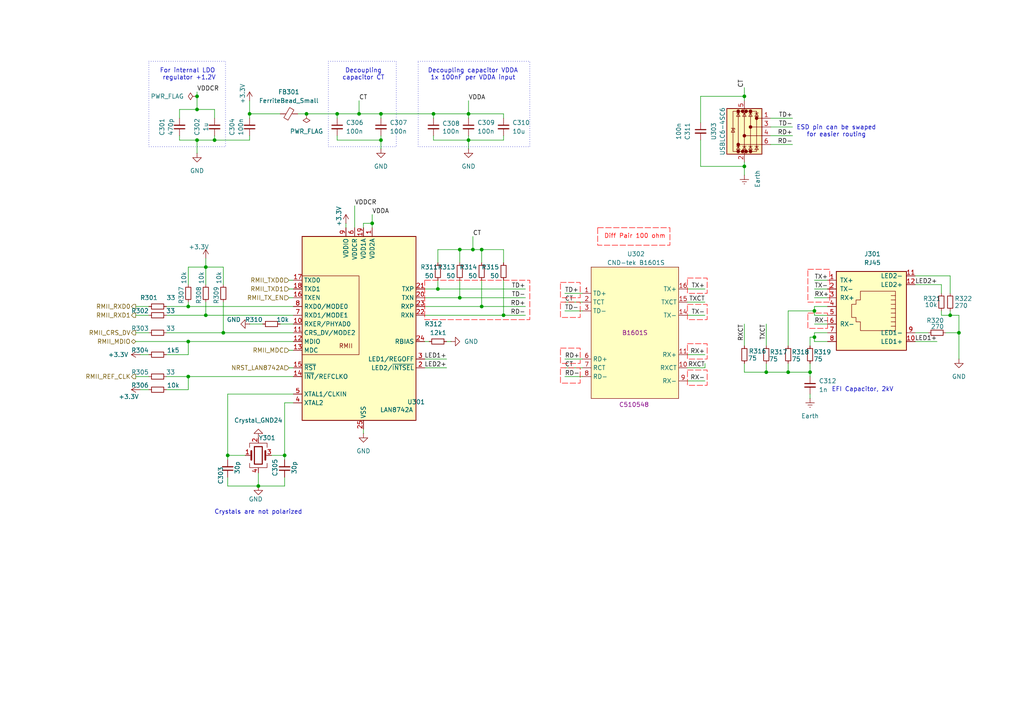
<source format=kicad_sch>
(kicad_sch (version 20231120) (generator "eeschema") (generator_version "8.0")
  (paper "A4")
  (lib_symbols
    (symbol "Connector:RJ45" (pin_names (offset 1.016))
      (property "Reference" "J1" (at 2.2225 -15.24 0))
      (property "Value" "RJ45" (at 2.2225 -12.7 0))
      (symbol "RJ45_0_1"
        (rectangle (start -7.62 12.7) (end 12.7 -10.16) (stroke (width 0.254)) (fill (type background)))
        (polyline (pts (xy -3.175 4.445) (xy -4.445 4.445)))
        (polyline (pts (xy -3.175 5.715) (xy -4.445 5.715)))
        (polyline (pts (xy -4.445 -3.175) (xy -3.175 -3.175) (xy -3.175 -3.175)))
        (polyline (pts (xy -4.445 -1.905) (xy -3.175 -1.905) (xy -3.175 -1.905)))
        (polyline (pts (xy -4.445 -0.635) (xy -3.175 -0.635) (xy -3.175 -0.635)))
        (polyline (pts (xy -4.445 0.635) (xy -3.175 0.635) (xy -3.175 0.635)))
        (polyline (pts (xy -4.445 1.905) (xy -3.175 1.905) (xy -3.175 1.905)))
        (polyline (pts (xy -3.175 3.175) (xy -4.445 3.175) (xy -4.445 3.175)))
        (polyline (pts (xy -4.445 -4.445) (xy -4.445 6.985) (xy 5.715 6.985) (xy 5.715 4.445) (xy 6.985 4.445) (xy 6.985 3.175) (xy 8.255 3.175) (xy 8.255 -0.635) (xy 6.985 -0.635) (xy 6.985 -1.905) (xy 5.715 -1.905) (xy 5.715 -4.445) (xy -4.445 -4.445) (xy -4.445 -4.445)))
      )
      (symbol "RJ45_1_1"
        (pin input line (at 15.24 -7.62 180) (length 2.54) (name "TX+") (number "1"))
        (pin bidirectional line (at -10.16 10.16 0) (length 2.54) (name "LED1+") (number "10"))
        (pin bidirectional line (at -10.16 -8.89 0) (length 2.54) (name "LED2-") (number "11"))
        (pin bidirectional line (at -10.16 -6.35 0) (length 2.54) (name "LED2+") (number "12"))
        (pin input line (at 15.24 -5.08 180) (length 2.54) (name "TX-") (number "2"))
        (pin output line (at 15.24 -2.54 180) (length 2.54) (name "RX+") (number "3"))
        (pin bidirectional line (at 15.24 0 180) (length 2.54) (name "~") (number "4"))
        (pin bidirectional line (at 15.24 2.54 180) (length 2.54) (name "~") (number "5"))
        (pin output line (at 15.24 5.08 180) (length 2.54) (name "RX-") (number "6"))
        (pin tri_state line (at 15.24 7.62 180) (length 2.54) (name "~") (number "7"))
        (pin bidirectional line (at 15.24 10.16 180) (length 2.54) (name "~") (number "8"))
        (pin bidirectional line (at -10.16 7.62 0) (length 2.54) (name "LED1-") (number "9"))
      )
    )
    (symbol "Device:C_Small" (pin_numbers hide) (pin_names (offset 0.254) hide)
      (property "Reference" "C" (at 0.254 1.778 0))
      (property "Value" "C_Small" (at 0.254 -2.032 0))
      (symbol "C_Small_0_1"
        (polyline (pts (xy -1.524 -0.508) (xy 1.524 -0.508)) (stroke (width 0.3302)))
        (polyline (pts (xy -1.524 0.508) (xy 1.524 0.508)) (stroke (width 0.3048)))
      )
      (symbol "C_Small_1_1"
        (pin passive line (at 0 2.54 270) (length 2.032) (name "~") (number "1"))
        (pin passive line (at 0 -2.54 90) (length 2.032) (name "~") (number "2"))
      )
    )
    (symbol "Device:Crystal_GND24" (pin_names (offset 1.016) hide)
      (property "Reference" "Y" (at 3.175 5.08 0))
      (property "Value" "Crystal_GND24" (at 3.175 3.175 0))
      (symbol "Crystal_GND24_0_1"
        (rectangle (start -1.143 2.54) (end 1.143 -2.54) (stroke (width 0.3048)))
        (polyline (pts (xy -2.54 0) (xy -2.032 0)))
        (polyline (pts (xy -2.032 -1.27) (xy -2.032 1.27)) (stroke (width 0.508)))
        (polyline (pts (xy 0 -3.81) (xy 0 -3.556)))
        (polyline (pts (xy 0 3.556) (xy 0 3.81)))
        (polyline (pts (xy 2.032 -1.27) (xy 2.032 1.27)) (stroke (width 0.508)))
        (polyline (pts (xy 2.032 0) (xy 2.54 0)))
        (polyline (pts (xy -2.54 -2.286) (xy -2.54 -3.556) (xy 2.54 -3.556) (xy 2.54 -2.286)))
        (polyline (pts (xy -2.54 2.286) (xy -2.54 3.556) (xy 2.54 3.556) (xy 2.54 2.286)))
      )
      (symbol "Crystal_GND24_1_1"
        (pin passive line (at -3.81 0 0) (length 1.27) (name "1") (number "1"))
        (pin passive line (at 0 5.08 270) (length 1.27) (name "2") (number "2"))
        (pin passive line (at 3.81 0 180) (length 1.27) (name "3") (number "3"))
        (pin passive line (at 0 -5.08 90) (length 1.27) (name "4") (number "4"))
      )
    )
    (symbol "Device:FerriteBead_Small" (pin_numbers hide) (pin_names (offset 0))
      (property "Reference" "FB" (at 1.905 1.27 0))
      (property "Value" "FerriteBead_Small" (at 1.905 -1.27 0))
      (symbol "FerriteBead_Small_0_1"
        (polyline (pts (xy 0 -1.27) (xy 0 -0.7874)))
        (polyline (pts (xy 0 0.889) (xy 0 1.2954)))
        (polyline (pts (xy -1.8288 0.2794) (xy -1.1176 1.4986) (xy 1.8288 -0.2032) (xy 1.1176 -1.4224) (xy -1.8288 0.2794)))
      )
      (symbol "FerriteBead_Small_1_1"
        (pin passive line (at 0 2.54 270) (length 1.27) (name "~") (number "1"))
        (pin passive line (at 0 -2.54 90) (length 1.27) (name "~") (number "2"))
      )
    )
    (symbol "Device:R_Small" (pin_numbers hide) (pin_names (offset 0.254) hide)
      (property "Reference" "R" (at 0.762 0.508 0))
      (property "Value" "R_Small" (at 0.762 -1.016 0))
      (symbol "R_Small_0_1"
        (rectangle (start -0.762 1.778) (end 0.762 -1.778) (stroke (width 0.2032)))
      )
      (symbol "R_Small_1_1"
        (pin passive line (at 0 2.54 270) (length 0.762) (name "~") (number "1"))
        (pin passive line (at 0 -2.54 90) (length 0.762) (name "~") (number "2"))
      )
    )
    (symbol "Interface_Ethernet:LAN8742A"
      (property "Reference" "U" (at -13.97 29.21 0))
      (property "Value" "LAN8742A" (at 15.24 29.21 0))
      (symbol "LAN8742A_0_0"
        (text "RMII" (at -5.08 -3.81 0) (effects (font (size 1.27 1.27))))
      )
      (symbol "LAN8742A_0_1"
        (rectangle (start -17.78 27.94) (end 15.24 -25.4) (stroke (width 0.254)) (fill (type background)))
        (polyline (pts (xy -17.78 -6.35) (xy -1.27 -6.35) (xy -1.27 16.51) (xy -17.78 16.51)))
      )
      (symbol "LAN8742A_1_1"
        (pin power_in line (at 2.54 30.48 270) (length 2.54) (name "VDD2A") (number "1"))
        (pin output line (at -20.32 2.54 0) (length 2.54) (name "RXER/PHYAD0") (number "10"))
        (pin bidirectional line (at -20.32 0 0) (length 2.54) (name "CRS_DV/MODE2") (number "11"))
        (pin bidirectional line (at -20.32 -2.54 0) (length 2.54) (name "MDIO") (number "12"))
        (pin input line (at -20.32 -5.08 0) (length 2.54) (name "MDC") (number "13"))
        (pin output line (at -20.32 -12.7 0) (length 2.54) (name "~{INT}/REFCLKO") (number "14"))
        (pin input line (at -20.32 -10.16 0) (length 2.54) (name "~{RST}") (number "15"))
        (pin input line (at -20.32 10.16 0) (length 2.54) (name "TXEN") (number "16"))
        (pin input line (at -20.32 15.24 0) (length 2.54) (name "TXD0") (number "17"))
        (pin input line (at -20.32 12.7 0) (length 2.54) (name "TXD1") (number "18"))
        (pin power_in line (at 0 30.48 270) (length 2.54) (name "VDD1A") (number "19"))
        (pin bidirectional line (at 17.78 -10.16 180) (length 2.54) (name "LED2/~{INTSEL}") (number "2"))
        (pin passive line (at 17.78 10.16 180) (length 2.54) (name "TXN") (number "20"))
        (pin passive line (at 17.78 12.7 180) (length 2.54) (name "TXP") (number "21"))
        (pin passive line (at 17.78 5.08 180) (length 2.54) (name "RXN") (number "22"))
        (pin passive line (at 17.78 7.62 180) (length 2.54) (name "RXP") (number "23"))
        (pin passive line (at 17.78 -2.54 180) (length 2.54) (name "RBIAS") (number "24"))
        (pin power_in line (at 0 -27.94 90) (length 2.54) (name "VSS") (number "25"))
        (pin bidirectional line (at 17.78 -7.62 180) (length 2.54) (name "LED1/REGOFF") (number "3"))
        (pin output line (at -20.32 -20.32 0) (length 2.54) (name "XTAL2") (number "4"))
        (pin input line (at -20.32 -17.78 0) (length 2.54) (name "XTAL1/CLKIN") (number "5"))
        (pin power_in line (at -2.54 30.48 270) (length 2.54) (name "VDDCR") (number "6"))
        (pin bidirectional line (at -20.32 5.08 0) (length 2.54) (name "RXD1/MODE1") (number "7"))
        (pin bidirectional line (at -20.32 7.62 0) (length 2.54) (name "RXD0/MODE0") (number "8"))
        (pin power_in line (at -5.08 30.48 270) (length 2.54) (name "VDDIO") (number "9"))
      )
    )
    (symbol "Librairie_MB:CND-tek_B1601S"
      (property "Reference" "U" (at 0 0 0))
      (symbol "CND-tek_B1601S_1_1"
        (rectangle (start -12.7 19.05) (end 12.7 -19.05) (fill (type background)))
        (pin input line (at -15.24 11.43 0) (length 2.54) (name "TD+") (number "1"))
        (pin input line (at 15.24 -10.16 180) (length 2.54) (name "RXCT") (number "10"))
        (pin input line (at 15.24 -6.35 180) (length 2.54) (name "RX+") (number "11"))
        (pin output line (at 15.24 5.08 180) (length 2.54) (name "TX-") (number "14"))
        (pin input line (at 15.24 8.89 180) (length 2.54) (name "TXCT") (number "15"))
        (pin output line (at 15.24 12.7 180) (length 2.54) (name "TX+") (number "16"))
        (pin input line (at -15.24 8.89 0) (length 2.54) (name "TCT") (number "2"))
        (pin input line (at -15.24 6.35 0) (length 2.54) (name "TD-") (number "3"))
        (pin output line (at -15.24 -7.62 0) (length 2.54) (name "RD+") (number "6"))
        (pin input line (at -15.24 -10.16 0) (length 2.54) (name "RCT") (number "7"))
        (pin output line (at -15.24 -12.7 0) (length 2.54) (name "RD-") (number "8"))
        (pin input line (at 15.24 -13.97 180) (length 2.54) (name "RX-") (number "9"))
      )
    )
    (symbol "Power_Protection:USBLC6-4SC6" (pin_names hide)
      (property "Reference" "U" (at 1.27 9.525 0))
      (property "Value" "USBLC6-4SC6" (at 1.27 6.985 0))
      (symbol "USBLC6-4SC6_0_0"
        (circle (center -3.556 2.54) (radius 0.0001) (stroke (width 0.508)))
        (circle (center -1.778 -7.112) (radius 0.0001) (stroke (width 0.508)))
        (circle (center -1.778 0) (radius 0.0001) (stroke (width 0.508)))
        (circle (center -1.778 4.572) (radius 0.0001) (stroke (width 0.508)))
        (circle (center -0.508 -7.112) (radius 0.0001) (stroke (width 0.508)))
        (circle (center -0.508 4.572) (radius 0.0001) (stroke (width 0.508)))
        (circle (center 0 -2.54) (radius 0.0001) (stroke (width 0.508)))
        (circle (center 0.508 -7.112) (radius 0.0001) (stroke (width 0.508)))
        (circle (center 0.508 4.572) (radius 0.0001) (stroke (width 0.508)))
        (circle (center 1.778 -7.112) (radius 0.0001) (stroke (width 0.508)))
        (circle (center 1.778 -5.08) (radius 0.0001) (stroke (width 0.508)))
        (circle (center 1.778 4.572) (radius 0.0001) (stroke (width 0.508)))
      )
      (symbol "USBLC6-4SC6_0_1"
        (polyline (pts (xy -5.08 -5.08) (xy 1.778 -5.08)))
        (polyline (pts (xy -5.08 -2.54) (xy 0 -2.54)))
        (polyline (pts (xy -5.08 0) (xy -1.778 0)))
        (polyline (pts (xy -5.08 2.54) (xy -3.556 2.54)))
        (polyline (pts (xy -4.064 -5.588) (xy -3.048 -5.588)))
        (polyline (pts (xy -3.048 4.064) (xy -4.064 4.064)))
        (polyline (pts (xy -2.286 -5.588) (xy -1.27 -5.588)))
        (polyline (pts (xy -2.286 4.064) (xy -1.27 4.064)))
        (polyline (pts (xy -0.508 -5.588) (xy 0.508 -5.588)))
        (polyline (pts (xy 0 5.08) (xy 0.508 4.572)))
        (polyline (pts (xy 0.508 -7.112) (xy -0.508 -7.112)))
        (polyline (pts (xy 0.508 4.064) (xy -0.508 4.064)))
        (polyline (pts (xy 1.27 4.064) (xy 2.286 4.064)))
        (polyline (pts (xy 2.286 -5.588) (xy 1.27 -5.588)))
        (polyline (pts (xy 2.794 -0.762) (xy 2.794 -0.381) (xy 3.81 -0.381)))
        (polyline (pts (xy -4.064 3.048) (xy -3.048 3.048) (xy -3.556 4.064) (xy -4.064 3.048)))
        (polyline (pts (xy -3.048 -6.604) (xy -4.064 -6.604) (xy -3.556 -5.588) (xy -3.048 -6.604)))
        (polyline (pts (xy -1.27 -6.604) (xy -2.286 -6.604) (xy -1.778 -5.588) (xy -1.27 -6.604)))
        (polyline (pts (xy -1.27 3.048) (xy -2.286 3.048) (xy -1.778 4.064) (xy -1.27 3.048)))
        (polyline (pts (xy -0.508 -6.604) (xy 0.508 -6.604) (xy 0 -5.588) (xy -0.508 -6.604)))
        (polyline (pts (xy -0.508 3.048) (xy 0.508 3.048) (xy 0 4.064) (xy -0.508 3.048)))
        (polyline (pts (xy 1.27 -6.604) (xy 2.286 -6.604) (xy 1.778 -5.588) (xy 1.27 -6.604)))
        (polyline (pts (xy 1.778 4.572) (xy 3.302 4.572) (xy 3.302 -7.112) (xy 1.778 -7.112)))
        (polyline (pts (xy 2.286 3.048) (xy 1.27 3.048) (xy 1.778 4.064) (xy 2.286 3.048)))
        (polyline (pts (xy 3.81 -1.524) (xy 2.794 -1.524) (xy 3.302 -0.508) (xy 3.81 -1.524)))
      )
      (symbol "USBLC6-4SC6_1_1"
        (rectangle (start -5.08 5.334) (end 5.08 -7.874) (stroke (width 0.254)) (fill (type background)))
        (polyline (pts (xy -1.778 4.572) (xy -3.556 4.572) (xy -3.556 -7.112) (xy -1.778 -7.112)))
        (polyline (pts (xy -0.508 4.572) (xy 1.778 4.572) (xy 1.778 -7.112) (xy 0.508 -7.112)))
        (polyline (pts (xy 0.508 -7.112) (xy 0 -6.604) (xy 0 4.064) (xy -0.508 4.572)))
        (polyline (pts (xy 0 -7.62) (xy -0.508 -7.112) (xy -1.778 -7.112) (xy -1.778 4.572) (xy -0.508 4.572)))
        (pin passive line (at -7.62 2.54 0) (length 2.54) (name "I/O1") (number "1"))
        (pin passive line (at 0 -10.16 90) (length 2.54) (name "GND") (number "2"))
        (pin passive line (at -7.62 0 0) (length 2.54) (name "I/O2") (number "3"))
        (pin passive line (at -7.62 -2.54 0) (length 2.54) (name "I/O3") (number "4"))
        (pin passive line (at 0 7.62 270) (length 2.54) (name "VBUS") (number "5"))
        (pin passive line (at -7.62 -5.08 0) (length 2.54) (name "I/O4") (number "6"))
      )
    )
    (symbol "power:+3.3V" (power) (pin_numbers hide) (pin_names (offset 0) hide)
      (property "Value" "+3.3V" (at 0 3.556 0))
      (symbol "+3.3V_0_1"
        (polyline (pts (xy -0.762 1.27) (xy 0 2.54)))
        (polyline (pts (xy 0 0) (xy 0 2.54)))
        (polyline (pts (xy 0 2.54) (xy 0.762 1.27)))
      )
      (symbol "+3.3V_1_1"
        (pin power_in line (at 0 0 90) (length 0) (name "~") (number "1"))
      )
    )
    (symbol "power:Earth" (power) (pin_numbers hide) (pin_names (offset 0) hide)
      (property "Value" "Earth" (at 0 -3.81 0))
      (symbol "Earth_0_1"
        (polyline (pts (xy -0.635 -1.905) (xy 0.635 -1.905)))
        (polyline (pts (xy -0.127 -2.54) (xy 0.127 -2.54)))
        (polyline (pts (xy 0 -1.27) (xy 0 0)))
        (polyline (pts (xy 1.27 -1.27) (xy -1.27 -1.27)))
      )
      (symbol "Earth_1_1"
        (pin power_in line (at 0 0 270) (length 0) (name "~") (number "1"))
      )
    )
    (symbol "power:GND" (power) (pin_numbers hide) (pin_names (offset 0) hide)
      (property "Value" "GND" (at 0 -3.81 0))
      (symbol "GND_0_1"
        (polyline (pts (xy 0 0) (xy 0 -1.27) (xy 1.27 -1.27) (xy 0 -2.54) (xy -1.27 -1.27) (xy 0 -1.27)))
      )
      (symbol "GND_1_1"
        (pin power_in line (at 0 0 270) (length 0) (name "~") (number "1"))
      )
    )
    (symbol "power:PWR_FLAG" (power) (pin_numbers hide) (pin_names (offset 0) hide)
      (property "Value" "PWR_FLAG" (at 0 3.81 0))
      (symbol "PWR_FLAG_0_0"
        (pin power_out line (at 0 0 90) (length 0) (name "~") (number "1"))
      )
      (symbol "PWR_FLAG_0_1"
        (polyline (pts (xy 0 0) (xy 0 1.27) (xy -1.016 1.905) (xy 0 2.54) (xy 1.016 1.905) (xy 0 1.27)))
      )
    )
  )
  (junction (at 133.35 72.39))
  (junction (at 104.14 33.02))
  (junction (at 59.69 77.47))
  (junction (at 82.55 132.08))
  (junction (at 54.61 109.22))
  (junction (at 139.7 72.39))
  (junction (at 236.22 97.79))
  (junction (at 57.15 31.75))
  (junction (at 110.49 40.64))
  (junction (at 54.61 99.06))
  (junction (at 72.39 33.02))
  (junction (at 62.23 40.64))
  (junction (at 97.79 33.02))
  (junction (at 234.95 107.95))
  (junction (at 222.25 107.95))
  (junction (at 139.7 88.9))
  (junction (at 88.9 33.02))
  (junction (at 107.95 64.77))
  (junction (at 135.89 33.02))
  (junction (at 110.49 33.02))
  (junction (at 133.35 86.36))
  (junction (at 54.61 88.9))
  (junction (at 127 83.82))
  (junction (at 278.13 96.52))
  (junction (at 125.73 33.02))
  (junction (at 64.77 96.52))
  (junction (at 228.6 107.95))
  (junction (at 146.05 91.44))
  (junction (at 215.9 48.26))
  (junction (at 275.59 91.44))
  (junction (at 137.16 72.39))
  (junction (at 135.89 40.64))
  (junction (at 57.15 40.64))
  (junction (at 57.15 27.94))
  (junction (at 74.93 140.97))
  (junction (at 66.04 132.08))
  (junction (at 215.9 27.94))
  (junction (at 59.69 91.44))
  (junction (at 236.22 90.17))
  (wire (pts (xy 62.23 31.75) (xy 62.23 34.29)))
  (wire (pts (xy 204.47 87.63) (xy 199.39 87.63)))
  (wire (pts (xy 135.89 33.02) (xy 125.73 33.02)))
  (wire (pts (xy 110.49 40.64) (xy 110.49 43.18)))
  (wire (pts (xy 199.39 91.44) (xy 204.47 91.44)))
  (wire (pts (xy 278.13 91.44) (xy 275.59 91.44)))
  (wire (pts (xy 39.37 99.06) (xy 54.61 99.06)))
  (wire (pts (xy 139.7 81.28) (xy 139.7 88.9)))
  (wire (pts (xy 203.2 35.56) (xy 203.2 27.94)))
  (wire (pts (xy 133.35 86.36) (xy 152.4 86.36)))
  (wire (pts (xy 127 72.39) (xy 133.35 72.39)))
  (wire (pts (xy 97.79 39.37) (xy 97.79 40.64)))
  (wire (pts (xy 127 83.82) (xy 152.4 83.82)))
  (wire (pts (xy 228.6 90.17) (xy 228.6 100.33)))
  (wire (pts (xy 133.35 81.28) (xy 133.35 86.36)))
  (wire (pts (xy 104.14 33.02) (xy 110.49 33.02)))
  (wire (pts (xy 125.73 34.29) (xy 125.73 33.02)))
  (wire (pts (xy 278.13 91.44) (xy 278.13 96.52)))
  (wire (pts (xy 133.35 72.39) (xy 137.16 72.39)))
  (wire (pts (xy 102.87 59.69) (xy 102.87 66.04)))
  (wire (pts (xy 234.95 97.79) (xy 234.95 100.33)))
  (wire (pts (xy 265.43 96.52) (xy 269.24 96.52)))
  (wire (pts (xy 64.77 96.52) (xy 85.09 96.52)))
  (wire (pts (xy 137.16 68.58) (xy 137.16 72.39)))
  (wire (pts (xy 215.9 93.98) (xy 215.9 100.33)))
  (wire (pts (xy 52.07 34.29) (xy 52.07 31.75)))
  (wire (pts (xy 129.54 99.06) (xy 130.81 99.06)))
  (wire (pts (xy 163.83 106.68) (xy 168.91 106.68)))
  (wire (pts (xy 105.41 64.77) (xy 107.95 64.77)))
  (wire (pts (xy 139.7 72.39) (xy 146.05 72.39)))
  (wire (pts (xy 215.9 27.94) (xy 215.9 29.21)))
  (wire (pts (xy 199.39 102.87) (xy 204.47 102.87)))
  (wire (pts (xy 40.64 113.03) (xy 43.18 113.03)))
  (wire (pts (xy 222.25 107.95) (xy 222.25 105.41)))
  (wire (pts (xy 105.41 66.04) (xy 105.41 64.77)))
  (wire (pts (xy 82.55 138.43) (xy 82.55 140.97)))
  (wire (pts (xy 57.15 31.75) (xy 62.23 31.75)))
  (wire (pts (xy 137.16 72.39) (xy 139.7 72.39)))
  (wire (pts (xy 203.2 27.94) (xy 215.9 27.94)))
  (wire (pts (xy 57.15 27.94) (xy 57.15 31.75)))
  (wire (pts (xy 66.04 138.43) (xy 66.04 140.97)))
  (wire (pts (xy 236.22 81.28) (xy 240.03 81.28)))
  (wire (pts (xy 66.04 114.3) (xy 85.09 114.3)))
  (wire (pts (xy 123.19 106.68) (xy 129.54 106.68)))
  (wire (pts (xy 59.69 91.44) (xy 85.09 91.44)))
  (wire (pts (xy 107.95 62.23) (xy 107.95 64.77)))
  (wire (pts (xy 81.28 93.98) (xy 85.09 93.98)))
  (wire (pts (xy 223.52 36.83) (xy 229.87 36.83)))
  (wire (pts (xy 274.32 96.52) (xy 278.13 96.52)))
  (wire (pts (xy 223.52 41.91) (xy 229.87 41.91)))
  (wire (pts (xy 74.93 137.16) (xy 74.93 140.97)))
  (wire (pts (xy 234.95 107.95) (xy 234.95 105.41)))
  (wire (pts (xy 215.9 107.95) (xy 222.25 107.95)))
  (wire (pts (xy 236.22 99.06) (xy 240.03 99.06)))
  (wire (pts (xy 146.05 39.37) (xy 146.05 40.64)))
  (wire (pts (xy 146.05 72.39) (xy 146.05 76.2)))
  (wire (pts (xy 52.07 40.64) (xy 57.15 40.64)))
  (wire (pts (xy 236.22 90.17) (xy 236.22 91.44)))
  (wire (pts (xy 236.22 90.17) (xy 228.6 90.17)))
  (wire (pts (xy 110.49 33.02) (xy 110.49 34.29)))
  (wire (pts (xy 199.39 110.49) (xy 204.47 110.49)))
  (wire (pts (xy 222.25 107.95) (xy 228.6 107.95)))
  (wire (pts (xy 236.22 93.98) (xy 240.03 93.98)))
  (wire (pts (xy 133.35 72.39) (xy 133.35 76.2)))
  (wire (pts (xy 127 76.2) (xy 127 72.39)))
  (wire (pts (xy 48.26 88.9) (xy 54.61 88.9)))
  (wire (pts (xy 59.69 87.63) (xy 59.69 91.44)))
  (wire (pts (xy 54.61 109.22) (xy 54.61 113.03)))
  (wire (pts (xy 271.78 99.06) (xy 265.43 99.06)))
  (wire (pts (xy 104.14 29.21) (xy 104.14 33.02)))
  (wire (pts (xy 163.83 104.14) (xy 168.91 104.14)))
  (wire (pts (xy 146.05 34.29) (xy 146.05 33.02)))
  (wire (pts (xy 88.9 33.02) (xy 97.79 33.02)))
  (wire (pts (xy 215.9 107.95) (xy 215.9 105.41)))
  (wire (pts (xy 123.19 99.06) (xy 124.46 99.06)))
  (wire (pts (xy 234.95 107.95) (xy 234.95 109.22)))
  (wire (pts (xy 48.26 96.52) (xy 64.77 96.52)))
  (wire (pts (xy 100.33 64.77) (xy 100.33 66.04)))
  (wire (pts (xy 57.15 26.67) (xy 57.15 27.94)))
  (wire (pts (xy 265.43 80.01) (xy 275.59 80.01)))
  (wire (pts (xy 215.9 48.26) (xy 203.2 48.26)))
  (wire (pts (xy 39.37 109.22) (xy 43.18 109.22)))
  (wire (pts (xy 54.61 99.06) (xy 85.09 99.06)))
  (wire (pts (xy 39.37 88.9) (xy 43.18 88.9)))
  (wire (pts (xy 86.36 33.02) (xy 88.9 33.02)))
  (wire (pts (xy 48.26 113.03) (xy 54.61 113.03)))
  (wire (pts (xy 240.03 96.52) (xy 236.22 96.52)))
  (wire (pts (xy 240.03 88.9) (xy 236.22 88.9)))
  (wire (pts (xy 123.19 88.9) (xy 139.7 88.9)))
  (wire (pts (xy 72.39 33.02) (xy 81.28 33.02)))
  (wire (pts (xy 59.69 77.47) (xy 64.77 77.47)))
  (wire (pts (xy 135.89 33.02) (xy 146.05 33.02)))
  (wire (pts (xy 85.09 81.28) (xy 83.82 81.28)))
  (wire (pts (xy 204.47 106.68) (xy 204.47 105.41)))
  (wire (pts (xy 146.05 81.28) (xy 146.05 91.44)))
  (wire (pts (xy 54.61 109.22) (xy 85.09 109.22)))
  (wire (pts (xy 236.22 96.52) (xy 236.22 97.79)))
  (wire (pts (xy 139.7 88.9) (xy 152.4 88.9)))
  (wire (pts (xy 64.77 77.47) (xy 64.77 82.55)))
  (wire (pts (xy 139.7 72.39) (xy 139.7 76.2)))
  (wire (pts (xy 123.19 83.82) (xy 127 83.82)))
  (wire (pts (xy 83.82 101.6) (xy 85.09 101.6)))
  (wire (pts (xy 64.77 87.63) (xy 64.77 96.52)))
  (wire (pts (xy 123.19 104.14) (xy 129.54 104.14)))
  (wire (pts (xy 105.41 124.46) (xy 105.41 125.73)))
  (wire (pts (xy 43.18 91.44) (xy 39.37 91.44)))
  (wire (pts (xy 199.39 106.68) (xy 204.47 106.68)))
  (wire (pts (xy 74.93 140.97) (xy 66.04 140.97)))
  (wire (pts (xy 199.39 83.82) (xy 204.47 83.82)))
  (wire (pts (xy 82.55 132.08) (xy 82.55 133.35)))
  (wire (pts (xy 72.39 93.98) (xy 76.2 93.98)))
  (wire (pts (xy 54.61 77.47) (xy 54.61 82.55)))
  (wire (pts (xy 57.15 40.64) (xy 62.23 40.64)))
  (wire (pts (xy 97.79 33.02) (xy 104.14 33.02)))
  (wire (pts (xy 97.79 40.64) (xy 110.49 40.64)))
  (wire (pts (xy 52.07 40.64) (xy 52.07 39.37)))
  (wire (pts (xy 273.05 91.44) (xy 275.59 91.44)))
  (wire (pts (xy 135.89 34.29) (xy 135.89 33.02)))
  (wire (pts (xy 275.59 90.17) (xy 275.59 91.44)))
  (wire (pts (xy 163.83 90.17) (xy 168.91 90.17)))
  (wire (pts (xy 85.09 116.84) (xy 82.55 116.84)))
  (wire (pts (xy 85.09 83.82) (xy 83.82 83.82)))
  (wire (pts (xy 273.05 82.55) (xy 265.43 82.55)))
  (wire (pts (xy 85.09 106.68) (xy 83.82 106.68)))
  (wire (pts (xy 54.61 87.63) (xy 54.61 88.9)))
  (wire (pts (xy 146.05 91.44) (xy 123.19 91.44)))
  (wire (pts (xy 97.79 33.02) (xy 97.79 34.29)))
  (wire (pts (xy 222.25 93.98) (xy 222.25 100.33)))
  (wire (pts (xy 228.6 107.95) (xy 234.95 107.95)))
  (wire (pts (xy 278.13 96.52) (xy 278.13 104.14)))
  (wire (pts (xy 135.89 29.21) (xy 135.89 33.02)))
  (wire (pts (xy 72.39 40.64) (xy 72.39 39.37)))
  (wire (pts (xy 59.69 74.93) (xy 59.69 77.47)))
  (wire (pts (xy 66.04 132.08) (xy 71.12 132.08)))
  (wire (pts (xy 234.95 97.79) (xy 236.22 97.79)))
  (wire (pts (xy 273.05 90.17) (xy 273.05 91.44)))
  (wire (pts (xy 54.61 102.87) (xy 54.61 99.06)))
  (wire (pts (xy 39.37 96.52) (xy 43.18 96.52)))
  (wire (pts (xy 236.22 91.44) (xy 240.03 91.44)))
  (wire (pts (xy 107.95 64.77) (xy 107.95 66.04)))
  (wire (pts (xy 236.22 88.9) (xy 236.22 90.17)))
  (wire (pts (xy 66.04 114.3) (xy 66.04 132.08)))
  (wire (pts (xy 163.83 85.09) (xy 168.91 85.09)))
  (wire (pts (xy 62.23 40.64) (xy 72.39 40.64)))
  (wire (pts (xy 59.69 77.47) (xy 59.69 82.55)))
  (wire (pts (xy 72.39 33.02) (xy 72.39 34.29)))
  (wire (pts (xy 236.22 83.82) (xy 240.03 83.82)))
  (wire (pts (xy 127 81.28) (xy 127 83.82)))
  (wire (pts (xy 146.05 91.44) (xy 152.4 91.44)))
  (wire (pts (xy 234.95 114.3) (xy 234.95 115.57)))
  (wire (pts (xy 135.89 40.64) (xy 146.05 40.64)))
  (wire (pts (xy 54.61 77.47) (xy 59.69 77.47)))
  (wire (pts (xy 82.55 116.84) (xy 82.55 132.08)))
  (wire (pts (xy 168.91 87.63) (xy 163.83 87.63)))
  (wire (pts (xy 215.9 48.26) (xy 215.9 46.99)))
  (wire (pts (xy 54.61 88.9) (xy 85.09 88.9)))
  (wire (pts (xy 228.6 107.95) (xy 228.6 105.41)))
  (wire (pts (xy 275.59 80.01) (xy 275.59 85.09)))
  (wire (pts (xy 62.23 40.64) (xy 62.23 39.37)))
  (wire (pts (xy 48.26 102.87) (xy 54.61 102.87)))
  (wire (pts (xy 236.22 86.36) (xy 240.03 86.36)))
  (wire (pts (xy 215.9 25.4) (xy 215.9 27.94)))
  (wire (pts (xy 52.07 31.75) (xy 57.15 31.75)))
  (wire (pts (xy 203.2 40.64) (xy 203.2 48.26)))
  (wire (pts (xy 57.15 44.45) (xy 57.15 40.64)))
  (wire (pts (xy 110.49 33.02) (xy 125.73 33.02)))
  (wire (pts (xy 223.52 39.37) (xy 229.87 39.37)))
  (wire (pts (xy 40.64 102.87) (xy 43.18 102.87)))
  (wire (pts (xy 236.22 97.79) (xy 236.22 99.06)))
  (wire (pts (xy 125.73 40.64) (xy 135.89 40.64)))
  (wire (pts (xy 72.39 29.21) (xy 72.39 33.02)))
  (wire (pts (xy 163.83 109.22) (xy 168.91 109.22)))
  (wire (pts (xy 273.05 85.09) (xy 273.05 82.55)))
  (wire (pts (xy 223.52 34.29) (xy 229.87 34.29)))
  (wire (pts (xy 110.49 39.37) (xy 110.49 40.64)))
  (wire (pts (xy 123.19 86.36) (xy 133.35 86.36)))
  (wire (pts (xy 74.93 140.97) (xy 82.55 140.97)))
  (wire (pts (xy 83.82 86.36) (xy 85.09 86.36)))
  (wire (pts (xy 215.9 50.8) (xy 215.9 48.26)))
  (wire (pts (xy 135.89 39.37) (xy 135.89 40.64)))
  (wire (pts (xy 48.26 109.22) (xy 54.61 109.22)))
  (wire (pts (xy 78.74 132.08) (xy 82.55 132.08)))
  (wire (pts (xy 135.89 40.64) (xy 135.89 43.18)))
  (wire (pts (xy 125.73 39.37) (xy 125.73 40.64)))
  (wire (pts (xy 48.26 91.44) (xy 59.69 91.44)))
  (wire (pts (xy 66.04 133.35) (xy 66.04 132.08)))
  (rectangle (start 199.39 88.265) (end 205.105 92.71) (stroke (width 0) (type dash) (color 255 0 0 1)))
  (rectangle (start 199.39 80.645) (end 205.105 85.09) (stroke (width 0) (type dash) (color 255 0 0 1)))
  (rectangle (start 199.39 107.315) (end 205.105 111.76) (stroke (width 0) (type dash) (color 255 0 0 1)))
  (rectangle (start 234.315 90.805) (end 240.03 95.25) (stroke (width 0) (type dash) (color 255 0 0 1)))
  (rectangle (start 173.355 66.04) (end 194.31 71.12) (stroke (width 0) (type dash) (color 255 0 0 1)))
  (rectangle (start 43.18 17.78) (end 65.405 42.545) (stroke (width 0) (type dot)))
  (rectangle (start 95.25 17.78) (end 114.935 42.545) (stroke (width 0) (type dot)))
  (rectangle (start 121.285 17.78) (end 153.67 42.545) (stroke (width 0) (type dot)))
  (rectangle (start 162.56 87.63) (end 168.275 92.075) (stroke (width 0) (type dash) (color 255 0 0 1)))
  (rectangle (start 199.39 99.695) (end 205.105 104.14) (stroke (width 0) (type dash) (color 255 0 0 1)))
  (rectangle (start 234.315 78.105) (end 240.665 87.63) (stroke (width 0) (type dash) (color 255 0 0 1)))
  (rectangle (start 123.19 81.28) (end 153.67 92.71) (stroke (width 0) (type dash) (color 255 0 0 1)))
  (rectangle (start 162.56 100.965) (end 168.275 105.41) (stroke (width 0) (type dash) (color 255 0 0 1)))
  (rectangle (start 162.56 106.68) (end 168.275 111.125) (stroke (width 0) (type dash) (color 255 0 0 1)))
  (rectangle (start 162.56 81.915) (end 168.275 86.36) (stroke (width 0) (type dash) (color 255 0 0 1)))
  (text "ESD pin can be swaped\nfor easier routing" (at 242.57 38.1 0) (effects (font (size 1.27 1.27))))
  (text "Decoupling\ncapacitor CT" (at 105.41 21.59 0) (effects (font (size 1.27 1.27))))
  (text "For internal LDO \nregulator +1.2V" (at 54.864 21.59 0) (effects (font (size 1.27 1.27))))
  (text "Crystals are not polarized" (at 74.93 148.59 0) (effects (font (size 1.27 1.27))))
  (text "EFI Capacitor, 2kV" (at 250.19 113.03 0) (effects (font (size 1.27 1.27))))
  (text "Decoupling capacitor VDDA\n1x 100nF per VDDA input" (at 137.16 21.59 0) (effects (font (size 1.27 1.27))))
  (text "Diff Pair 100 ohm" (at 184.15 68.58 0) (effects (font (size 1.27 1.27))))
  (label "CT" (at 163.83 87.63 0))
  (label "TD+" (at 229.87 34.29 180))
  (label "TX+" (at 204.47 83.82 180))
  (label "TXCT" (at 204.47 87.63 180))
  (label "LED2+" (at 265.43 82.55 0))
  (label "TD+" (at 163.83 85.09 0))
  (label "RD-" (at 229.87 41.91 180))
  (label "TD+" (at 152.4 83.82 180))
  (label "RXCT" (at 204.47 106.68 180))
  (label "RX-" (at 236.22 93.98 0))
  (label "TD-" (at 229.87 36.83 180))
  (label "LED1+" (at 271.78 99.06 180))
  (label "RD-" (at 163.83 109.22 0))
  (label "TD-" (at 152.4 86.36 180))
  (label "TX+" (at 236.22 81.28 0))
  (label "LED1+" (at 129.54 104.14 180))
  (label "RD+" (at 229.87 39.37 180))
  (label "TX-" (at 204.47 91.44 180))
  (label "RXCT" (at 215.9 93.98 270))
  (label "TXCT" (at 222.25 93.98 270))
  (label "VDDA" (at 135.89 29.21 0))
  (label "RX+" (at 204.47 102.87 180))
  (label "CT" (at 215.9 25.4 90))
  (label "TD-" (at 163.83 90.17 0))
  (label "RX-" (at 204.47 110.49 180))
  (label "VDDCR" (at 57.15 26.67 0))
  (label "CT" (at 163.83 106.68 0))
  (label "CT" (at 104.14 29.21 0))
  (label "RD+" (at 152.4 88.9 180))
  (label "TX-" (at 236.22 83.82 0))
  (label "LED2+" (at 129.54 106.68 180))
  (label "RX+" (at 236.22 86.36 0))
  (label "CT" (at 137.16 68.58 0))
  (label "RD-" (at 152.4 91.44 180))
  (label "VDDA" (at 107.95 62.23 0))
  (label "VDDCR" (at 102.87 59.69 0))
  (label "RD+" (at 163.83 104.14 0))
  (hierarchical_label "RMII_MDIO" (shape bidirectional) (at 39.37 99.06 180))
  (hierarchical_label "RMII_TXD0" (shape input) (at 83.82 81.28 180))
  (hierarchical_label "RMII_TX_EN" (shape input) (at 83.82 86.36 180))
  (hierarchical_label "RMII_MDC" (shape input) (at 83.82 101.6 180))
  (hierarchical_label "NRST_LAN8742A" (shape input) (at 83.82 106.68 180))
  (hierarchical_label "RMII_RXD0" (shape output) (at 39.37 88.9 180))
  (hierarchical_label "RMII_TXD1" (shape input) (at 83.82 83.82 180))
  (hierarchical_label "RMII_REF_CLK" (shape output) (at 39.37 109.22 180))
  (hierarchical_label "RMII_RXD1" (shape output) (at 39.37 91.44 180))
  (hierarchical_label "RMII_CRS_DV" (shape output) (at 39.37 96.52 180))
  (symbol (lib_id "Device:R_Small") (at 139.7 78.74 180) (unit 1)
    (property "Reference" "R314" (at 138.43 77.47 0) (effects (justify left)))
    (property "Value" "50" (at 138.43 80.01 0) (effects (justify left)))
    (property "Description" "Resistor, small symbol" (effects (hide yes)))
  )
  (symbol (lib_id "Device:R_Small") (at 45.72 102.87 90) (unit 1)
    (property "Reference" "R304" (at 43.18 101.6 90) (effects (justify left)))
    (property "Value" "1k5" (at 52.07 101.6 90) (effects (justify left)))
    (property "Description" "Resistor, small symbol" (effects (hide yes)))
  )
  (symbol (lib_id "power:+3.3V") (at 40.64 102.87 90) (unit 1)
    (property "Reference" "#PWR0301" (effects (hide yes)))
    (property "Value" "+3.3V" (at 34.29 102.87 90))
    (property "Description" "Power symbol creates a global label with name \"+3.3V\"" (effects (hide yes)))
  )
  (symbol (lib_id "Device:R_Small") (at 215.9 102.87 0) (unit 1)
    (property "Reference" "R316" (at 217.17 101.854 0) (effects (justify left)))
    (property "Value" "75" (at 216.916 103.886 0) (effects (justify left)))
    (property "Description" "Resistor, small symbol" (effects (hide yes)))
  )
  (symbol (lib_id "Device:R_Small") (at 127 78.74 0) (unit 1)
    (property "Reference" "R311" (at 121.92 77.47 0) (effects (justify left)))
    (property "Value" "50" (at 123.19 80.01 0) (effects (justify left)))
    (property "Description" "Resistor, small symbol" (effects (hide yes)))
  )
  (symbol (lib_id "Device:C_Small") (at 203.2 38.1 0) (unit 1)
    (property "Reference" "C311" (at 199.39 38.1 90))
    (property "Value" "100n" (at 196.85 38.1 90))
    (property "Description" "Unpolarized capacitor, small symbol" (effects (hide yes)))
  )
  (symbol (lib_id "Device:C_Small") (at 135.89 36.83 0) (unit 1)
    (property "Reference" "C309" (at 138.43 35.56 0) (effects (justify left)))
    (property "Value" "100n" (at 138.43 38.1 0) (effects (justify left)))
    (property "Description" "Unpolarized capacitor, small symbol" (effects (hide yes)))
  )
  (symbol (lib_id "Device:R_Small") (at 146.05 78.74 180) (unit 1)
    (property "Reference" "R315" (at 144.78 77.47 0) (effects (justify left)))
    (property "Value" "50" (at 144.78 80.01 0) (effects (justify left)))
    (property "Description" "Resistor, small symbol" (effects (hide yes)))
  )
  (symbol (lib_id "power:GND") (at 130.81 99.06 90) (unit 1)
    (property "Reference" "#PWR0312" (effects (hide yes)))
    (property "Value" "GND" (at 134.62 99.0599 90) (effects (justify right)))
    (property "Description" "Power symbol creates a global label with name \"GND\" , ground" (effects (hide yes)))
  )
  (symbol (lib_id "Device:C_Small") (at 62.23 36.83 0) (unit 1)
    (property "Reference" "C302" (at 57.15 36.83 90))
    (property "Value" "1u" (at 59.69 36.83 90))
    (property "Description" "Unpolarized capacitor, small symbol" (effects (hide yes)))
  )
  (symbol (lib_id "power:+3.3V") (at 59.69 74.93 0) (unit 1)
    (property "Reference" "#PWR0304" (effects (hide yes)))
    (property "Value" "+3.3V" (at 57.658 71.628 0))
    (property "Description" "Power symbol creates a global label with name \"+3.3V\"" (effects (hide yes)))
  )
  (symbol (lib_id "power:GND") (at 278.13 104.14 0) (unit 1)
    (property "Reference" "#PWR0316" (effects (hide yes)))
    (property "Value" "GND" (at 278.13 109.22 0))
    (property "Description" "Power symbol creates a global label with name \"GND\" , ground" (effects (hide yes)))
  )
  (symbol (lib_id "power:Earth") (at 215.9 50.8 0) (unit 1)
    (property "Reference" "#PWR0314" (effects (hide yes)))
    (property "Value" "Earth" (at 219.71 49.276 90) (effects (justify right)))
    (property "Description" "Power symbol creates a global label with name \"Earth\"" (effects (hide yes)))
  )
  (symbol (lib_id "power:GND") (at 135.89 43.18 0) (unit 1)
    (property "Reference" "#PWR0313" (effects (hide yes)))
    (property "Value" "GND" (at 135.89 48.26 0))
    (property "Description" "Power symbol creates a global label with name \"GND\" , ground" (effects (hide yes)))
  )
  (symbol (lib_id "Device:R_Small") (at 133.35 78.74 180) (unit 1)
    (property "Reference" "R313" (at 132.08 77.47 0) (effects (justify left)))
    (property "Value" "50" (at 132.08 80.01 0) (effects (justify left)))
    (property "Description" "Resistor, small symbol" (effects (hide yes)))
  )
  (symbol (lib_id "Device:C_Small") (at 82.55 135.89 180) (unit 1)
    (property "Reference" "C305" (at 79.756 135.636 90))
    (property "Value" "30p" (at 85.344 135.636 90))
    (property "Description" "Unpolarized capacitor, small symbol" (effects (hide yes)))
  )
  (symbol (lib_id "Device:R_Small") (at 78.74 93.98 90) (unit 1)
    (property "Reference" "R310" (at 76.2 92.71 90) (effects (justify left)))
    (property "Value" "10k" (at 83.82 92.71 90) (effects (justify left)))
    (property "Description" "Resistor, small symbol" (effects (hide yes)))
  )
  (symbol (lib_id "power:+3.3V") (at 100.33 64.77 0) (unit 1)
    (property "Reference" "#PWR0309" (effects (hide yes)))
    (property "Value" "+3.3V" (at 98.298 62.738 90))
    (property "Description" "Power symbol creates a global label with name \"+3.3V\"" (effects (hide yes)))
  )
  (symbol (lib_id "Power_Protection:USBLC6-4SC6") (at 215.9 36.83 0) (mirror y) (unit 1)
    (property "Reference" "U303" (at 207.01 38.1 90))
    (property "Value" "USBLC6-4SC6" (at 209.55 38.1 90))
    (property "Footprint" "Package_TO_SOT_SMD:SOT-23-6" (effects (hide yes)))
    (property "Datasheet" "https://www.st.com/resource/en/datasheet/usblc6-4.pdf" (effects (hide yes)))
    (property "Description" "Very low capacitance ESD protection diode, 4 data-line, SOT-23-6" (effects (hide yes)))
  )
  (symbol (lib_id "power:GND") (at 57.15 44.45 0) (unit 1)
    (property "Reference" "#PWR0303" (effects (hide yes)))
    (property "Value" "GND" (at 57.15 49.53 0))
    (property "Description" "Power symbol creates a global label with name \"GND\" , ground" (effects (hide yes)))
  )
  (symbol (lib_id "power:GND") (at 74.93 140.97 0) (unit 1)
    (property "Reference" "#PWR0308" (effects (hide yes)))
    (property "Value" "GND" (at 76.2 144.78 0) (effects (justify right)))
    (property "Description" "Power symbol creates a global label with name \"GND\" , ground" (effects (hide yes)))
  )
  (symbol (lib_id "Device:C_Small") (at 72.39 36.83 180) (unit 1)
    (property "Reference" "C304" (at 67.31 36.83 90))
    (property "Value" "100n" (at 69.85 36.83 90))
    (property "Description" "Unpolarized capacitor, small symbol" (effects (hide yes)))
  )
  (symbol (lib_id "Device:R_Small") (at 273.05 87.63 0) (unit 1)
    (property "Reference" "R321" (at 267.716 86.614 0) (effects (justify left)))
    (property "Value" "10k" (at 268.224 88.392 0) (effects (justify left)))
    (property "Description" "Resistor, small symbol" (effects (hide yes)))
  )
  (symbol (lib_id "Device:R_Small") (at 234.95 102.87 0) (unit 1)
    (property "Reference" "R319" (at 235.966 102.108 0) (effects (justify left)))
    (property "Value" "75" (at 235.966 104.14 0) (effects (justify left)))
    (property "Description" "Resistor, small symbol" (effects (hide yes)))
  )
  (symbol (lib_id "power:GND") (at 105.41 125.73 0) (unit 1)
    (property "Reference" "#PWR0310" (effects (hide yes)))
    (property "Value" "GND" (at 105.41 130.81 0))
    (property "Description" "Power symbol creates a global label with name \"GND\" , ground" (effects (hide yes)))
  )
  (symbol (lib_id "Device:R_Small") (at 228.6 102.87 0) (unit 1)
    (property "Reference" "R318" (at 229.616 102.108 0) (effects (justify left)))
    (property "Value" "75" (at 229.616 104.14 0) (effects (justify left)))
    (property "Description" "Resistor, small symbol" (effects (hide yes)))
  )
  (symbol (lib_id "power:+3.3V") (at 72.39 29.21 0) (unit 1)
    (property "Reference" "#PWR0305" (effects (hide yes)))
    (property "Value" "+3.3V" (at 70.358 27.178 90))
    (property "Description" "Power symbol creates a global label with name \"+3.3V\"" (effects (hide yes)))
  )
  (symbol (lib_id "power:GND") (at 72.39 93.98 270) (unit 1)
    (property "Reference" "#PWR0306" (effects (hide yes)))
    (property "Value" "GND" (at 69.85 92.71 90) (effects (justify right)))
    (property "Description" "Power symbol creates a global label with name \"GND\" , ground" (effects (hide yes)))
  )
  (symbol (lib_id "power:GND") (at 74.93 127 180) (unit 1)
    (property "Reference" "#PWR0307" (effects (hide yes)))
    (property "Value" "GND" (effects (hide yes)))
    (property "Description" "Power symbol creates a global label with name \"GND\" , ground" (effects (hide yes)))
  )
  (symbol (lib_id "Device:C_Small") (at 97.79 36.83 0) (unit 1)
    (property "Reference" "C306" (at 100.33 35.56 0) (effects (justify left)))
    (property "Value" "100n" (at 100.33 38.1 0) (effects (justify left)))
    (property "Description" "Unpolarized capacitor, small symbol" (effects (hide yes)))
  )
  (symbol (lib_id "Device:R_Small") (at 127 99.06 90) (unit 1)
    (property "Reference" "R312" (at 128.27 93.98 90) (effects (justify left)))
    (property "Value" "12k1" (at 129.54 96.52 90) (effects (justify left)))
    (property "Description" "Resistor, small symbol" (effects (hide yes)))
  )
  (symbol (lib_id "Device:R_Small") (at 54.61 85.09 180) (unit 1)
    (property "Reference" "R307" (at 52.578 83.058 90) (effects (justify left)))
    (property "Value" "10k" (at 53.34 78.74 90) (effects (justify left)))
    (property "Description" "Resistor, small symbol" (effects (hide yes)))
  )
  (symbol (lib_id "Device:R_Small") (at 64.77 85.09 180) (unit 1)
    (property "Reference" "R309" (at 62.738 83.058 90) (effects (justify left)))
    (property "Value" "10k" (at 63.5 78.74 90) (effects (justify left)))
    (property "Description" "Resistor, small symbol" (effects (hide yes)))
  )
  (symbol (lib_id "Device:R_Small") (at 45.72 113.03 90) (unit 1)
    (property "Reference" "R306" (at 43.18 111.76 90) (effects (justify left)))
    (property "Value" "10k" (at 52.07 111.76 90) (effects (justify left)))
    (property "Description" "Resistor, small symbol" (effects (hide yes)))
  )
  (symbol (lib_id "Librairie_MB:CND-tek_B1601S") (at 184.15 96.52 0) (unit 1)
    (property "Reference" "U302" (at 184.4675 73.66 0))
    (property "Value" "CND-tek B1601S" (at 184.4675 76.2 0))
    (property "Footprint" "Librairie_MB:CND-Tek B1601S" (effects (hide yes)))
    (property "Datasheet" "https://www.lcsc.com/datasheet/lcsc_datasheet_2405301629_CND-tek-B1601S_C510548.pdf" (effects (hide yes)))
    (property "Description" "Transformateur Ethernet" (effects (hide yes)))
    (property "MPN" "B1601S" (at 184.15 96.52 0))
    (property "LCSC" "C510548" (at 183.896 117.348 0))
  )
  (symbol (lib_id "Device:R_Small") (at 45.72 88.9 270) (unit 1)
    (property "Reference" "R301" (at 40.64 86.36 90) (effects (justify left)))
    (property "Value" "33" (at 48.26 86.36 90) (effects (justify left)))
    (property "Description" "Resistor, small symbol" (effects (hide yes)))
  )
  (symbol (lib_id "Device:C_Small") (at 110.49 36.83 0) (unit 1)
    (property "Reference" "C307" (at 113.03 35.5662 0) (effects (justify left)))
    (property "Value" "100n" (at 113.03 38.1062 0) (effects (justify left)))
    (property "Description" "Unpolarized capacitor, small symbol" (effects (hide yes)))
  )
  (symbol (lib_id "Device:R_Small") (at 275.59 87.63 0) (unit 1)
    (property "Reference" "R322" (at 276.86 86.614 0) (effects (justify left)))
    (property "Value" "270" (at 276.86 88.646 0) (effects (justify left)))
    (property "Description" "Resistor, small symbol" (effects (hide yes)))
  )
  (symbol (lib_id "Device:C_Small") (at 234.95 111.76 0) (unit 1)
    (property "Reference" "C312" (at 237.49 110.49 0) (effects (justify left)))
    (property "Value" "1n" (at 237.49 113.0362 0) (effects (justify left)))
    (property "Description" "Unpolarized capacitor, small symbol" (effects (hide yes)))
    (property "Ref ST" "TC1206KKX7RDBB102" (effects (hide yes)))
  )
  (symbol (lib_id "power:PWR_FLAG") (at 88.9 33.02 180) (unit 1)
    (property "Reference" "#FLG0302" (effects (hide yes)))
    (property "Value" "PWR_FLAG" (at 88.9 38.1 0))
    (property "Description" "Special symbol for telling ERC where power comes from" (effects (hide yes)))
  )
  (symbol (lib_id "Device:R_Small") (at 271.78 96.52 90) (unit 1)
    (property "Reference" "R320" (at 273.812 92.964 90) (effects (justify left)))
    (property "Value" "270" (at 273.812 94.742 90) (effects (justify left)))
    (property "Description" "Resistor, small symbol" (effects (hide yes)))
  )
  (symbol (lib_id "Device:R_Small") (at 45.72 91.44 90) (unit 1)
    (property "Reference" "R302" (at 43.18 90.17 90) (effects (justify left)))
    (property "Value" "33" (at 50.8 90.17 90) (effects (justify left)))
    (property "Description" "Resistor, small symbol" (effects (hide yes)))
  )
  (symbol (lib_id "Device:R_Small") (at 222.25 102.87 0) (unit 1)
    (property "Reference" "R317" (at 223.266 102.108 0) (effects (justify left)))
    (property "Value" "75" (at 223.012 104.14 0) (effects (justify left)))
    (property "Description" "Resistor, small symbol" (effects (hide yes)))
  )
  (symbol (lib_id "power:Earth") (at 234.95 115.57 0) (unit 1)
    (property "Reference" "#PWR0315" (effects (hide yes)))
    (property "Value" "Earth" (at 234.95 120.65 0))
    (property "Description" "Power symbol creates a global label with name \"Earth\"" (effects (hide yes)))
  )
  (symbol (lib_id "power:PWR_FLAG") (at 57.15 27.94 90) (unit 1)
    (property "Reference" "#FLG0301" (effects (hide yes)))
    (property "Value" "PWR_FLAG" (at 53.34 27.9399 90) (effects (justify left)))
    (property "Description" "Special symbol for telling ERC where power comes from" (effects (hide yes)))
  )
  (symbol (lib_id "Device:C_Small") (at 146.05 36.83 0) (unit 1)
    (property "Reference" "C310" (at 148.59 35.5662 0) (effects (justify left)))
    (property "Value" "10u" (at 148.59 38.1062 0) (effects (justify left)))
    (property "Description" "Unpolarized capacitor, small symbol" (effects (hide yes)))
  )
  (symbol (lib_id "Device:FerriteBead_Small") (at 83.82 33.02 90) (unit 1)
    (property "Reference" "FB301" (at 83.7819 26.67 90))
    (property "Value" "FerriteBead_Small" (at 83.7819 29.21 90))
    (property "Description" "Ferrite bead, small symbol" (effects (hide yes)))
  )
  (symbol (lib_id "power:GND") (at 110.49 43.18 0) (unit 1)
    (property "Reference" "#PWR0311" (effects (hide yes)))
    (property "Value" "GND" (at 110.49 48.26 0))
    (property "Description" "Power symbol creates a global label with name \"GND\" , ground" (effects (hide yes)))
  )
  (symbol (lib_id "Device:R_Small") (at 45.72 96.52 90) (unit 1)
    (property "Reference" "R303" (at 43.18 95.25 90) (effects (justify left)))
    (property "Value" "33" (at 50.8 95.25 90) (effects (justify left)))
    (property "Description" "Resistor, small symbol" (effects (hide yes)))
  )
  (symbol (lib_id "Device:C_Small") (at 66.04 135.89 180) (unit 1)
    (property "Reference" "C303" (at 64.008 137.922 90))
    (property "Value" "30p" (at 68.834 135.636 90))
    (property "Description" "Unpolarized capacitor, small symbol" (effects (hide yes)))
  )
  (symbol (lib_id "Device:C_Small") (at 52.07 36.83 180) (unit 1)
    (property "Reference" "C301" (at 46.99 36.83 90))
    (property "Value" "470p" (at 49.53 36.83 90))
    (property "Description" "Unpolarized capacitor, small symbol" (effects (hide yes)))
  )
  (symbol (lib_id "Device:Crystal_GND24") (at 74.93 132.08 0) (unit 1)
    (property "Reference" "Y301" (at 77.47 127 0))
    (property "Value" "Crystal_GND24" (at 74.93 121.92 0))
    (property "Footprint" "Librairie_MB:Oscillateur crystal 4p" (effects (hide yes)))
    (property "Datasheet" "https://www.lcsc.com/datasheet/lcsc_datasheet_2306211559_huaxindianzi-CF4025M00020001_C7294571.pdf" (effects (hide yes)))
    (property "Description" "Four pin crystal, GND on pins 2 and 4" (effects (hide yes)))
    (property "Mfr" "CF4025M00020001" (effects (hide yes)))
    (property "LCSC" "C7294571" (effects (hide yes)))
  )
  (symbol (lib_id "Interface_Ethernet:LAN8742A") (at 105.41 96.52 0) (unit 1)
    (property "Reference" "U301" (at 118.11 116.586 0) (effects (justify left)))
    (property "Value" "LAN8742A" (at 110.236 118.872 0) (effects (justify left)))
    (property "Footprint" "Package_DFN_QFN:VQFN-24-1EP_4x4mm_P0.5mm_EP2.5x2.5mm_ThermalVias" (effects (hide yes)))
    (property "Datasheet" "http://ww1.microchip.com/downloads/en/DeviceDoc/8742a.pdf" (effects (hide yes)))
    (property "Description" "LAN8720 Ethernet PHY with RMII interface, QFN-24" (effects (hide yes)))
  )
  (symbol (lib_id "Device:R_Small") (at 59.69 85.09 180) (unit 1)
    (property "Reference" "R308" (at 57.658 83.058 90) (effects (justify left)))
    (property "Value" "10k" (at 58.42 78.74 90) (effects (justify left)))
    (property "Description" "Resistor, small symbol" (effects (hide yes)))
  )
  (symbol (lib_id "Device:C_Small") (at 125.73 36.83 0) (unit 1)
    (property "Reference" "C308" (at 128.27 35.814 0) (effects (justify left)))
    (property "Value" "100n" (at 128.27 38.1 0) (effects (justify left)))
    (property "Description" "Unpolarized capacitor, small symbol" (effects (hide yes)))
  )
  (symbol (lib_id "power:+3.3V") (at 40.64 113.03 90) (unit 1)
    (property "Reference" "#PWR0302" (effects (hide yes)))
    (property "Value" "+3.3V" (at 37.338 115.062 90))
    (property "Description" "Power symbol creates a global label with name \"+3.3V\"" (effects (hide yes)))
  )
  (symbol (lib_id "Connector:RJ45") (at 255.27 88.9 180) (unit 1)
    (property "Reference" "J301" (at 253.0475 73.66 0))
    (property "Value" "RJ45" (at 253.0475 76.2 0))
    (property "Footprint" "Librairie_MB:HC-RJ45-5JAS-1-5-01" (effects (hide yes)))
    (property "Datasheet" "https://www.lcsc.com/datasheet/lcsc_datasheet_2401121837_HCTL-HC-RJ45-5JAS-1-5-01_C20417896.pdf" (effects (hide yes)))
    (property "Description" "RJ connector, 8P8C (8 positions 8 connected)" (effects (hide yes)))
  )
  (symbol (lib_id "Device:R_Small") (at 45.72 109.22 90) (unit 1)
    (property "Reference" "R305" (at 43.18 107.95 90) (effects (justify left)))
    (property "Value" "33" (at 50.8 107.95 90) (effects (justify left)))
    (property "Description" "Resistor, small symbol" (effects (hide yes)))
  )
)
</source>
